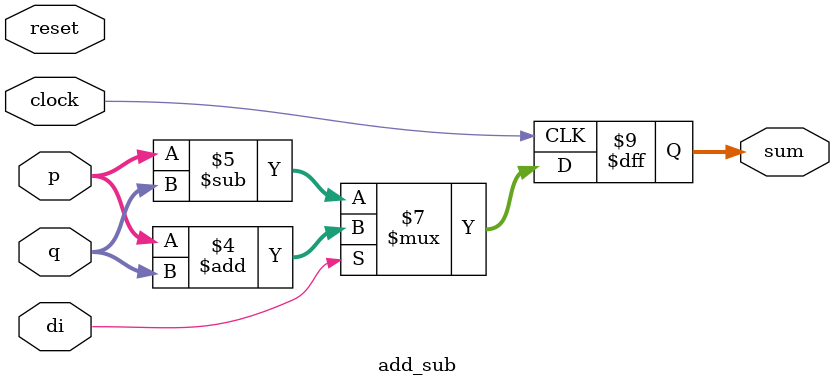
<source format=v>
`timescale 1ns / 1ps


module add_sub(
    input [8:0] p,
    input [8:0] q,
    input di,
    input clock,
    input reset,
    output reg [8:0] sum
    );
    always@(posedge clock)
    begin
    if(reset==1)
    begin
    sum<=9'b000000000;
    end
    if(di==1)
    begin
    sum=p+q;
    
    end
    else
    begin
    sum=p-q;
    
    end
    end
endmodule

</source>
